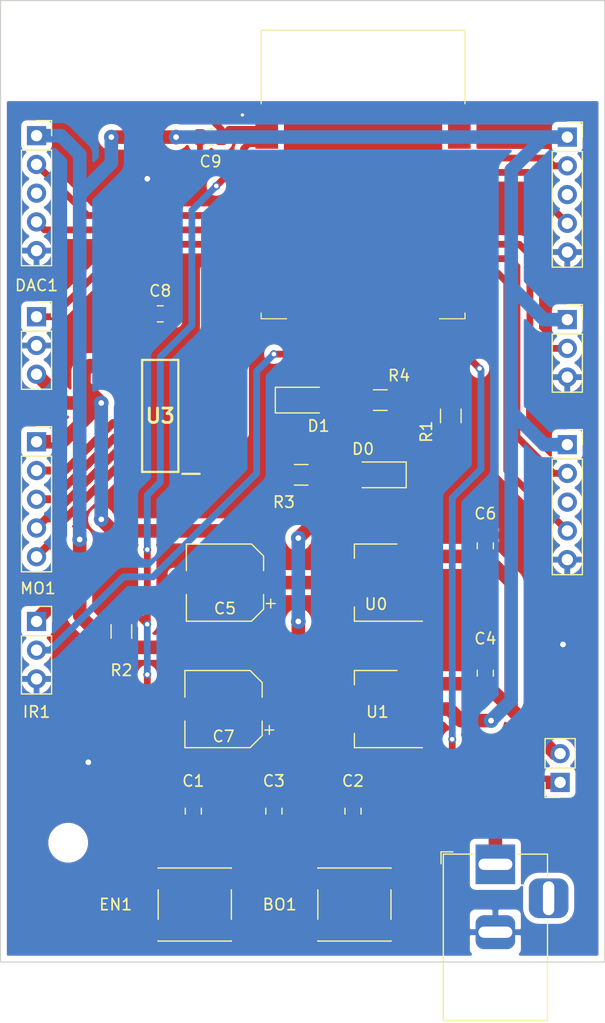
<source format=kicad_pcb>
(kicad_pcb (version 20171130) (host pcbnew 5.1.5+dfsg1-2build2)
  (layers (0 F.Cu signal) (31 B.Cu signal) (34 B.Paste user) (35 F.Paste user) (36 B.SilkS user) (37 F.SilkS user) (38 B.Mask user) (39 F.Mask user) (44 Edge.Cuts user))
  (net 0 "")
  (net 1 /IO0)
  (net 2 GND)
  (net 3 /EN)
  (net 4 /reg_3.3/in)
  (net 5 +5V)
  (net 6 +3V3)
  (net 7 "Net-(D0-Pad1)")
  (net 8 "Net-(D1-Pad1)")
  (net 9 "Net-(J0-Pad1)")
  (net 10 /m0)
  (net 11 /m1)
  (net 12 /m2)
  (net 13 /m3)
  (net 14 /TXD0)
  (net 15 /RXD0)
  (net 16 /SDA0)
  (net 17 /SCL0)
  (net 18 /TXD2)
  (net 19 /RDX2)
  (net 20 /AD_INF)
  (net 21 /D_PIR)
  (net 22 /IO2)
  (net 23 "Net-(U2-Pad4)")
  (net 24 "Net-(U2-Pad5)")
  (net 25 "Net-(U2-Pad6)")
  (net 26 "Net-(U2-Pad7)")
  (net 27 /PD_M0)
  (net 28 /PD_M1)
  (net 29 /PD_M2)
  (net 30 /PD_M3)
  (net 31 "Net-(U2-Pad17)")
  (net 32 "Net-(U2-Pad18)")
  (net 33 "Net-(U2-Pad19)")
  (net 34 "Net-(U2-Pad20)")
  (net 35 "Net-(U2-Pad21)")
  (net 36 "Net-(U2-Pad22)")
  (net 37 "Net-(U2-Pad26)")
  (net 38 "Net-(U2-Pad30)")
  (net 39 "Net-(U2-Pad31)")
  (net 40 "Net-(U2-Pad32)")
  (net 41 /SDA1)
  (net 42 /SCL1)
  (net 43 "Net-(U2-Pad37)")
  (net 44 "Net-(U3-Pad5)")
  (net 45 "Net-(U3-Pad6)")
  (net 46 "Net-(U3-Pad7)")
  (net 47 "Net-(U3-Pad10)")
  (net 48 "Net-(U3-Pad11)")
  (net 49 "Net-(U3-Pad12)")
  (net 50 /DAC0)
  (net 51 /USER)
  (net 52 "Net-(OL1-Pad3)")
  (net 53 "Net-(UA1-Pad3)")
  (net 54 "Net-(UA2-Pad3)")
  (module MountingHole:MountingHole_2.5mm (layer F.Cu) (at 84.709 80.899)
    (fp_text reference REF** hide)
    (fp_text value MountingHole_2.5mm)
    (pad 1 np_thru_hole circle (at 0 0) (size 2.5 2.5) (drill 2.5) (layers *.Cu *.Mask))
  )
  (module MountingHole:MountingHole_2.5mm (layer F.Cu) (at 80.899 150.622)
    (fp_text reference REF** hide)
    (fp_text value MountingHole_2.5mm)
    (pad 1 np_thru_hole circle (at 0 0) (size 2.5 2.5) (drill 2.5) (layers *.Cu *.Mask))
  )
  (module MountingHole:MountingHole_2.5mm (layer F.Cu) (at 123.317 80.899)
    (fp_text reference REF** hide)
    (fp_text value MountingHole_2.5mm)
    (pad 1 np_thru_hole circle (at 0 0) (size 2.5 2.5) (drill 2.5) (layers *.Cu *.Mask))
  )
  (module Button_Switch_SMD:SW_Push_1P1T_NO_6x6mm_H9.5mm (layer F.Cu) (at 106.172 156.083 180)
    (fp_text reference BO1 (at 6.604 0) (layer F.SilkS))
    (fp_text value BTN_SMD)
    (pad 2 smd rect (at 3.975 2.25 180) (size 1.55 1.3) (layers F.Cu F.Paste F.Mask) (net 1 /IO0))
    (pad 1 smd rect (at 3.975 -2.25 180) (size 1.55 1.3) (layers F.Cu F.Paste F.Mask) (net 2 GND))
    (pad 1 smd rect (at -3.975 -2.25 180) (size 1.55 1.3) (layers F.Cu F.Paste F.Mask) (net 2 GND))
    (pad 2 smd rect (at -3.975 2.25 180) (size 1.55 1.3) (layers F.Cu F.Paste F.Mask) (net 1 /IO0))
  )
  (module Button_Switch_SMD:SW_Push_1P1T_NO_6x6mm_H9.5mm (layer F.Cu) (at 92.075 156.083 180)
    (fp_text reference EN1 (at 6.985 0) (layer F.SilkS))
    (fp_text value BTN_SMD)
    (pad 2 smd rect (at -3.975 2.25 180) (size 1.55 1.3) (layers F.Cu F.Paste F.Mask) (net 3 /EN))
    (pad 1 smd rect (at -3.975 -2.25 180) (size 1.55 1.3) (layers F.Cu F.Paste F.Mask) (net 2 GND))
    (pad 1 smd rect (at 3.975 -2.25 180) (size 1.55 1.3) (layers F.Cu F.Paste F.Mask) (net 2 GND))
    (pad 2 smd rect (at 3.975 2.25 180) (size 1.55 1.3) (layers F.Cu F.Paste F.Mask) (net 3 /EN))
  )
  (module Capacitor_SMD:C_0805_2012Metric (layer F.Cu) (at 91.948 147.828 90)
    (fp_text reference C1 (at 2.667 0 180) (layer F.SilkS))
    (fp_text value "1uF/16V(20%)")
    (pad 1 smd roundrect (at -0.9375 0 90) (size 0.975 1.4) (layers F.Cu F.Paste F.Mask) (net 3 /EN))
    (pad 2 smd roundrect (at 0.9375 0 90) (size 0.975 1.4) (layers F.Cu F.Paste F.Mask) (net 2 GND))
  )
  (module Capacitor_SMD:C_0805_2012Metric (layer F.Cu) (at 106.045 147.828 90)
    (fp_text reference C2 (at 2.667 0 180) (layer F.SilkS))
    (fp_text value "1uF/16V(10%)")
    (pad 1 smd roundrect (at -0.9375 0 90) (size 0.975 1.4) (layers F.Cu F.Paste F.Mask) (net 1 /IO0))
    (pad 2 smd roundrect (at 0.9375 0 90) (size 0.975 1.4) (layers F.Cu F.Paste F.Mask) (net 2 GND))
  )
  (module Capacitor_SMD:C_0805_2012Metric (layer F.Cu) (at 99.06 147.828 90)
    (fp_text reference C3 (at 2.667 0 180) (layer F.SilkS))
    (fp_text value "1uF/16V(10%)")
    (pad 2 smd roundrect (at 0.9375 0 90) (size 0.975 1.4) (layers F.Cu F.Paste F.Mask) (net 2 GND))
    (pad 1 smd roundrect (at -0.9375 0 90) (size 0.975 1.4) (layers F.Cu F.Paste F.Mask) (net 3 /EN))
  )
  (module Capacitor_SMD:C_0805_2012Metric (layer F.Cu) (at 117.729 135.636 90)
    (fp_text reference C4 (at 3.048 0 180) (layer F.SilkS))
    (fp_text value 10uF/16v)
    (pad 2 smd roundrect (at 0.9375 0 90) (size 0.975 1.4) (layers F.Cu F.Paste F.Mask) (net 2 GND))
    (pad 1 smd roundrect (at -0.9375 0 90) (size 0.975 1.4) (layers F.Cu F.Paste F.Mask) (net 4 /reg_3.3/in))
  )
  (module Capacitor_SMD:CP_Elec_6.3x5.4 (layer F.Cu) (at 94.742 127.635 180)
    (fp_text reference C5 (at 0 -2.286) (layer F.SilkS))
    (fp_text value 47uF/16V)
    (pad 2 smd roundrect (at 2.8 0 180) (size 3.5 1.6) (layers F.Cu F.Paste F.Mask) (roundrect_rratio 0.156) (net 2 GND))
    (pad 1 smd roundrect (at -2.8 0 180) (size 3.5 1.6) (layers F.Cu F.Paste F.Mask) (roundrect_rratio 0.15625) (net 5 +5V))
  )
  (module Capacitor_SMD:C_0805_2012Metric (layer F.Cu) (at 117.729 124.3815 90)
    (fp_text reference C6 (at 2.8425 0 180) (layer F.SilkS))
    (fp_text value 10uF/16V)
    (pad 2 smd roundrect (at 0.9375 0 90) (size 0.975 1.4) (layers F.Cu F.Paste F.Mask) (net 2 GND))
    (pad 1 smd roundrect (at -0.9375 0 90) (size 0.975 1.4) (layers F.Cu F.Paste F.Mask) (net 4 /reg_3.3/in))
  )
  (module Capacitor_SMD:CP_Elec_6.3x5.4 (layer F.Cu) (at 94.615 138.811 180)
    (fp_text reference C7 (at 0 -2.413) (layer F.SilkS))
    (fp_text value 47uF/16V)
    (pad 1 smd roundrect (at -2.8 0 180) (size 3.5 1.6) (layers F.Cu F.Paste F.Mask) (roundrect_rratio 0.15625) (net 6 +3V3))
    (pad 2 smd roundrect (at 2.8 0 180) (size 3.5 1.6) (layers F.Cu F.Paste F.Mask) (roundrect_rratio 0.156) (net 2 GND))
  )
  (module Capacitor_SMD:C_0805_2012Metric (layer F.Cu) (at 89.027 103.886)
    (fp_text reference C8 (at 0 -2.032) (layer F.SilkS))
    (fp_text value "1uF/16V(10%)")
    (pad 1 smd roundrect (at -0.9375 0) (size 0.975 1.4) (layers F.Cu F.Paste F.Mask) (net 5 +5V))
    (pad 2 smd roundrect (at 0.9375 0) (size 0.975 1.4) (layers F.Cu F.Paste F.Mask) (net 2 GND))
  )
  (module LED_SMD:LED_1206_3216Metric (layer F.Cu) (at 108.458 118.11 180)
    (fp_text reference D0 (at 1.524 2.286) (layer F.SilkS))
    (fp_text value LED)
    (pad 1 smd roundrect (at -1.4 0 180) (size 1.25 1.75) (layers F.Cu F.Paste F.Mask) (roundrect_rratio 0.2) (net 7 "Net-(D0-Pad1)"))
    (pad 2 smd roundrect (at 1.4 0 180) (size 1.25 1.75) (layers F.Cu F.Paste F.Mask) (roundrect_rratio 0.2) (net 6 +3V3))
  )
  (module LED_SMD:LED_1206_3216Metric (layer F.Cu) (at 101.473 111.506)
    (fp_text reference D1 (at 1.524 2.286) (layer F.SilkS))
    (fp_text value LED)
    (pad 2 smd roundrect (at 1.4 0) (size 1.25 1.75) (layers F.Cu F.Paste F.Mask) (roundrect_rratio 0.2) (net 51 /USER))
    (pad 1 smd roundrect (at -1.4 0) (size 1.25 1.75) (layers F.Cu F.Paste F.Mask) (roundrect_rratio 0.2) (net 8 "Net-(D1-Pad1)"))
  )
  (module Connector_PinSocket_2.54mm:PinSocket_1x02_P2.54mm_Vertical (layer F.Cu) (at 124.333 145.288 180)
    (fp_text reference J0 hide)
    (fp_text value SW_ONOFF)
    (pad 1 thru_hole rect (at 0 0 180) (size 1.7 1.7) (drill 1) (layers *.Cu *.Mask) (net 9 "Net-(J0-Pad1)"))
    (pad 2 thru_hole oval (at 0 2.54 180) (size 1.7 1.7) (drill 1) (layers *.Cu *.Mask) (net 4 /reg_3.3/in))
  )
  (module Connector_PinSocket_2.54mm:PinSocket_1x05_P2.54mm_Vertical (layer F.Cu) (at 78.105 115.189)
    (fp_text reference MO1 (at 0.127 12.954) (layer F.SilkS))
    (fp_text value M_28BYJ-48)
    (pad 1 thru_hole rect (at 0 0) (size 1.7 1.7) (drill 1) (layers *.Cu *.Mask) (net 5 +5V))
    (pad 2 thru_hole oval (at 0 2.54) (size 1.7 1.7) (drill 1) (layers *.Cu *.Mask) (net 13 /m3))
    (pad 3 thru_hole oval (at 0 5.08) (size 1.7 1.7) (drill 1) (layers *.Cu *.Mask) (net 12 /m2))
    (pad 4 thru_hole oval (at 0 7.62) (size 1.7 1.7) (drill 1) (layers *.Cu *.Mask) (net 11 /m1))
    (pad 5 thru_hole oval (at 0 10.16) (size 1.7 1.7) (drill 1) (layers *.Cu *.Mask) (net 10 /m0))
  )
  (module Connector_PinSocket_2.54mm:PinSocket_1x05_P2.54mm_Vertical (layer F.Cu) (at 124.968 88.265)
    (fp_text reference UA1 hide)
    (fp_text value UART_CP20102)
    (pad 5 thru_hole oval (at 0 10.16) (size 1.7 1.7) (drill 1) (layers *.Cu *.Mask) (net 2 GND))
    (pad 4 thru_hole oval (at 0 7.62) (size 1.7 1.7) (drill 1) (layers *.Cu *.Mask) (net 15 /RXD0))
    (pad 3 thru_hole oval (at 0 5.08) (size 1.7 1.7) (drill 1) (layers *.Cu *.Mask) (net 53 "Net-(UA1-Pad3)"))
    (pad 2 thru_hole oval (at 0 2.54) (size 1.7 1.7) (drill 1) (layers *.Cu *.Mask) (net 14 /TXD0))
    (pad 1 thru_hole rect (at 0 0) (size 1.7 1.7) (drill 1) (layers *.Cu *.Mask) (net 6 +3V3))
  )
  (module Connector_PinSocket_2.54mm:PinSocket_1x05_P2.54mm_Vertical (layer F.Cu) (at 78.105 88.138)
    (fp_text reference OL1 hide)
    (fp_text value OLED_BPP3N0)
    (pad 5 thru_hole oval (at 0 10.16) (size 1.7 1.7) (drill 1) (layers *.Cu *.Mask) (net 2 GND))
    (pad 4 thru_hole oval (at 0 7.62) (size 1.7 1.7) (drill 1) (layers *.Cu *.Mask) (net 16 /SDA0))
    (pad 3 thru_hole oval (at 0 5.08) (size 1.7 1.7) (drill 1) (layers *.Cu *.Mask) (net 52 "Net-(OL1-Pad3)"))
    (pad 2 thru_hole oval (at 0 2.54) (size 1.7 1.7) (drill 1) (layers *.Cu *.Mask) (net 17 /SCL0))
    (pad 1 thru_hole rect (at 0 0) (size 1.7 1.7) (drill 1) (layers *.Cu *.Mask) (net 6 +3V3))
  )
  (module Connector_PinSocket_2.54mm:PinSocket_1x05_P2.54mm_Vertical (layer F.Cu) (at 124.968 115.443)
    (fp_text reference UA2 hide)
    (fp_text value DFPLAYER)
    (pad 5 thru_hole oval (at 0 10.16) (size 1.7 1.7) (drill 1) (layers *.Cu *.Mask) (net 2 GND))
    (pad 4 thru_hole oval (at 0 7.62) (size 1.7 1.7) (drill 1) (layers *.Cu *.Mask) (net 19 /RDX2))
    (pad 3 thru_hole oval (at 0 5.08) (size 1.7 1.7) (drill 1) (layers *.Cu *.Mask) (net 54 "Net-(UA2-Pad3)"))
    (pad 2 thru_hole oval (at 0 2.54) (size 1.7 1.7) (drill 1) (layers *.Cu *.Mask) (net 18 /TXD2))
    (pad 1 thru_hole rect (at 0 0) (size 1.7 1.7) (drill 1) (layers *.Cu *.Mask) (net 6 +3V3))
  )
  (module Connector_PinSocket_2.54mm:PinSocket_1x03_P2.54mm_Vertical (layer F.Cu) (at 78.105 131.064)
    (fp_text reference IR1 (at 0 8.001) (layer F.SilkS))
    (fp_text value IR-FC51)
    (pad 3 thru_hole oval (at 0 5.08) (size 1.7 1.7) (drill 1) (layers *.Cu *.Mask) (net 2 GND))
    (pad 2 thru_hole oval (at 0 2.54) (size 1.7 1.7) (drill 1) (layers *.Cu *.Mask) (net 20 /AD_INF))
    (pad 1 thru_hole rect (at 0 0) (size 1.7 1.7) (drill 1) (layers *.Cu *.Mask) (net 6 +3V3))
  )
  (module Connector_PinSocket_2.54mm:PinSocket_1x03_P2.54mm_Vertical (layer F.Cu) (at 124.968 104.394)
    (fp_text reference PIR1 hide)
    (fp_text value HC-SR505)
    (pad 3 thru_hole oval (at 0 5.08) (size 1.7 1.7) (drill 1) (layers *.Cu *.Mask) (net 2 GND))
    (pad 2 thru_hole oval (at 0 2.54) (size 1.7 1.7) (drill 1) (layers *.Cu *.Mask) (net 21 /D_PIR))
    (pad 1 thru_hole rect (at 0 0) (size 1.7 1.7) (drill 1) (layers *.Cu *.Mask) (net 6 +3V3))
  )
  (module Connector_BarrelJack:BarrelJack_Horizontal (layer F.Cu) (at 118.618 152.527 90)
    (fp_text reference J7 hide)
    (fp_text value JACKDC)
    (pad 1 thru_hole rect (at 0 0 90) (size 3.5 3.5) (drill oval 1 3) (layers *.Cu *.Mask) (net 9 "Net-(J0-Pad1)"))
    (pad 2 thru_hole roundrect (at -6 0 90) (size 3 3.5) (drill oval 1 3) (layers *.Cu *.Mask) (net 2 GND))
    (pad 3 thru_hole roundrect (at -3 4.7 90) (size 3.5 3.5) (drill oval 3 1) (layers *.Cu *.Mask))
  )
  (module Resistor_SMD:R_1206_3216Metric (layer F.Cu) (at 114.681 112.906 270)
    (fp_text reference R1 (at 1.394 2.159 90) (layer F.SilkS))
    (fp_text value "10K(1%1-1/4w)")
    (pad 2 smd roundrect (at 1.4 0 270) (size 1.25 1.75) (layers F.Cu F.Paste F.Mask) (roundrect_rratio 0.2) (net 2 GND))
    (pad 1 smd roundrect (at -1.4 0 270) (size 1.25 1.75) (layers F.Cu F.Paste F.Mask) (roundrect_rratio 0.2) (net 22 /IO2))
  )
  (module Resistor_SMD:R_1206_3216Metric (layer F.Cu) (at 85.598 131.953 90)
    (fp_text reference R2 (at -3.429 0 180) (layer F.SilkS))
    (fp_text value "10K(1%-1/4W)")
    (pad 1 smd roundrect (at -1.4 0 90) (size 1.25 1.75) (layers F.Cu F.Paste F.Mask) (roundrect_rratio 0.2) (net 6 +3V3))
    (pad 2 smd roundrect (at 1.4 0 90) (size 1.25 1.75) (layers F.Cu F.Paste F.Mask) (roundrect_rratio 0.2) (net 3 /EN))
  )
  (module Package_TO_SOT_SMD:SOT-223-3_TabPin2 (layer F.Cu) (at 108.077 127.635 180)
    (fp_text reference U0 (at 0 -1.905) (layer F.SilkS))
    (fp_text value NCP1117-5.0_SOT223)
    (pad 2 smd rect (at 3.15 0 180) (size 2 3.8) (layers F.Cu F.Paste F.Mask) (net 5 +5V))
    (pad 2 smd rect (at -3.15 0 180) (size 2 1.5) (layers F.Cu F.Paste F.Mask) (net 5 +5V))
    (pad 3 smd rect (at -3.15 2.3 180) (size 2 1.5) (layers F.Cu F.Paste F.Mask) (net 4 /reg_3.3/in))
    (pad 1 smd rect (at -3.15 -2.3 180) (size 2 1.5) (layers F.Cu F.Paste F.Mask) (net 2 GND))
  )
  (module Package_TO_SOT_SMD:SOT-223-3_TabPin2 (layer F.Cu) (at 108.077 138.811 180)
    (fp_text reference U1 (at -0.127 -0.254) (layer F.SilkS))
    (fp_text value NCP1117-3.3_SOT223)
    (pad 1 smd rect (at -3.15 -2.3 180) (size 2 1.5) (layers F.Cu F.Paste F.Mask) (net 2 GND))
    (pad 3 smd rect (at -3.15 2.3 180) (size 2 1.5) (layers F.Cu F.Paste F.Mask) (net 4 /reg_3.3/in))
    (pad 2 smd rect (at -3.15 0 180) (size 2 1.5) (layers F.Cu F.Paste F.Mask) (net 6 +3V3))
    (pad 2 smd rect (at 3.15 0 180) (size 2 3.8) (layers F.Cu F.Paste F.Mask) (net 6 +3V3))
  )
  (module footprint2:ESP32WROOM32M103QH3200PH3Q0 (layer F.Cu) (at 106.934 91.567)
    (fp_text reference U2 hide)
    (fp_text value ESP32-WROOM-32_M103QH3200PH3Q0_ hide)
    (pad 1 smd rect (at -8.5 -5.26 90) (size 0.9 2) (layers F.Cu F.Paste F.Mask) (net 2 GND))
    (pad 2 smd rect (at -8.5 -3.99 90) (size 0.9 2) (layers F.Cu F.Paste F.Mask) (net 6 +3V3))
    (pad 3 smd rect (at -8.5 -2.72 90) (size 0.9 2) (layers F.Cu F.Paste F.Mask) (net 3 /EN))
    (pad 4 smd rect (at -8.5 -1.45 90) (size 0.9 2) (layers F.Cu F.Paste F.Mask) (net 23 "Net-(U2-Pad4)"))
    (pad 5 smd rect (at -8.5 -0.18 90) (size 0.9 2) (layers F.Cu F.Paste F.Mask) (net 24 "Net-(U2-Pad5)"))
    (pad 6 smd rect (at -8.5 1.09 90) (size 0.9 2) (layers F.Cu F.Paste F.Mask) (net 25 "Net-(U2-Pad6)"))
    (pad 7 smd rect (at -8.5 2.36 90) (size 0.9 2) (layers F.Cu F.Paste F.Mask) (net 26 "Net-(U2-Pad7)"))
    (pad 8 smd rect (at -8.5 3.63 90) (size 0.9 2) (layers F.Cu F.Paste F.Mask) (net 17 /SCL0))
    (pad 9 smd rect (at -8.5 4.9 90) (size 0.9 2) (layers F.Cu F.Paste F.Mask) (net 16 /SDA0))
    (pad 10 smd rect (at -8.5 6.17 90) (size 0.9 2) (layers F.Cu F.Paste F.Mask) (net 50 /DAC0))
    (pad 11 smd rect (at -8.5 7.44 90) (size 0.9 2) (layers F.Cu F.Paste F.Mask) (net 27 /PD_M0))
    (pad 12 smd rect (at -8.5 8.71 90) (size 0.9 2) (layers F.Cu F.Paste F.Mask) (net 28 /PD_M1))
    (pad 13 smd rect (at -8.5 9.98 90) (size 0.9 2) (layers F.Cu F.Paste F.Mask) (net 29 /PD_M2))
    (pad 14 smd rect (at -8.5 11.25 90) (size 0.9 2) (layers F.Cu F.Paste F.Mask) (net 30 /PD_M3))
    (pad 15 smd rect (at -5.715 12.25) (size 0.9 2) (layers F.Cu F.Paste F.Mask) (net 2 GND))
    (pad 16 smd rect (at -4.445 12.25) (size 0.9 2) (layers F.Cu F.Paste F.Mask) (net 20 /AD_INF))
    (pad 17 smd rect (at -3.175 12.25) (size 0.9 2) (layers F.Cu F.Paste F.Mask) (net 31 "Net-(U2-Pad17)"))
    (pad 18 smd rect (at -1.905 12.25) (size 0.9 2) (layers F.Cu F.Paste F.Mask) (net 32 "Net-(U2-Pad18)"))
    (pad 19 smd rect (at -0.635 12.25) (size 0.9 2) (layers F.Cu F.Paste F.Mask) (net 33 "Net-(U2-Pad19)"))
    (pad 20 smd rect (at 0.635 12.25) (size 0.9 2) (layers F.Cu F.Paste F.Mask) (net 34 "Net-(U2-Pad20)"))
    (pad 21 smd rect (at 1.905 12.25) (size 0.9 2) (layers F.Cu F.Paste F.Mask) (net 35 "Net-(U2-Pad21)"))
    (pad 22 smd rect (at 3.175 12.25) (size 0.9 2) (layers F.Cu F.Paste F.Mask) (net 36 "Net-(U2-Pad22)"))
    (pad 23 smd rect (at 4.445 12.25) (size 0.9 2) (layers F.Cu F.Paste F.Mask) (net 51 /USER))
    (pad 24 smd rect (at 5.715 12.25) (size 0.9 2) (layers F.Cu F.Paste F.Mask) (net 22 /IO2))
    (pad 25 smd rect (at 8.5 11.25 90) (size 0.9 2) (layers F.Cu F.Paste F.Mask) (net 1 /IO0))
    (pad 26 smd rect (at 8.5 9.98 90) (size 0.9 2) (layers F.Cu F.Paste F.Mask) (net 37 "Net-(U2-Pad26)"))
    (pad 27 smd rect (at 8.5 8.71 90) (size 0.9 2) (layers F.Cu F.Paste F.Mask) (net 19 /RDX2))
    (pad 28 smd rect (at 8.5 7.44 90) (size 0.9 2) (layers F.Cu F.Paste F.Mask) (net 18 /TXD2))
    (pad 29 smd rect (at 8.5 6.17 90) (size 0.9 2) (layers F.Cu F.Paste F.Mask) (net 21 /D_PIR))
    (pad 30 smd rect (at 8.5 4.9 90) (size 0.9 2) (layers F.Cu F.Paste F.Mask) (net 38 "Net-(U2-Pad30)"))
    (pad 31 smd rect (at 8.5 3.63 90) (size 0.9 2) (layers F.Cu F.Paste F.Mask) (net 39 "Net-(U2-Pad31)"))
    (pad 32 smd rect (at 8.5 2.36 90) (size 0.9 2) (layers F.Cu F.Paste F.Mask) (net 40 "Net-(U2-Pad32)"))
    (pad 33 smd rect (at 8.5 1.09 90) (size 0.9 2) (layers F.Cu F.Paste F.Mask) (net 41 /SDA1))
    (pad 34 smd rect (at 8.5 -0.18 90) (size 0.9 2) (layers F.Cu F.Paste F.Mask) (net 15 /RXD0))
    (pad 35 smd rect (at 8.5 -1.45 90) (size 0.9 2) (layers F.Cu F.Paste F.Mask) (net 14 /TXD0))
    (pad 36 smd rect (at 8.5 -2.72 90) (size 0.9 2) (layers F.Cu F.Paste F.Mask) (net 42 /SCL1))
    (pad 37 smd rect (at 8.5 -3.99 90) (size 0.9 2) (layers F.Cu F.Paste F.Mask) (net 43 "Net-(U2-Pad37)"))
    (pad 38 smd rect (at 8.5 -5.26 90) (size 0.9 2) (layers F.Cu F.Paste F.Mask) (net 2 GND))
    (pad 39 smd rect (at -2.835 0.405) (size 1.33 1.33) (layers F.Cu F.Paste F.Mask) (net 2 GND))
    (pad 40 smd rect (at -2.835 2.24) (size 1.33 1.33) (layers F.Cu F.Paste F.Mask) (net 2 GND))
    (pad 41 smd rect (at -2.835 4.075) (size 1.33 1.33) (layers F.Cu F.Paste F.Mask) (net 2 GND))
    (pad 42 smd rect (at -1 4.075) (size 1.33 1.33) (layers F.Cu F.Paste F.Mask) (net 2 GND))
    (pad 43 smd rect (at 0.835 4.075) (size 1.33 1.33) (layers F.Cu F.Paste F.Mask) (net 2 GND))
    (pad 44 smd rect (at 0.835 2.24) (size 1.33 1.33) (layers F.Cu F.Paste F.Mask) (net 2 GND))
    (pad 45 smd rect (at 0.835 0.405) (size 1.33 1.33) (layers F.Cu F.Paste F.Mask) (net 2 GND))
    (pad 46 smd rect (at -1 0.405) (size 1.33 1.33) (layers F.Cu F.Paste F.Mask) (net 2 GND))
    (pad 47 smd rect (at -1 2.24) (size 1.33 1.33) (layers F.Cu F.Paste F.Mask) (net 2 GND))
  )
  (module foot_uln:SOIC127P600X175-16N (layer F.Cu) (at 89.027 112.903 180)
    (fp_text reference U3 (at 0 0) (layer F.SilkS) (effects (font (size 1.27 1.27) (thickness 0.254))))
    (fp_text value ULN2003A hide)
    (pad 1 smd rect (at -2.712 -4.445 270) (size 0.65 1.525) (layers F.Cu F.Paste F.Mask) (net 30 /PD_M3))
    (pad 2 smd rect (at -2.712 -3.175 270) (size 0.65 1.525) (layers F.Cu F.Paste F.Mask) (net 29 /PD_M2))
    (pad 3 smd rect (at -2.712 -1.905 270) (size 0.65 1.525) (layers F.Cu F.Paste F.Mask) (net 28 /PD_M1))
    (pad 4 smd rect (at -2.712 -0.635 270) (size 0.65 1.525) (layers F.Cu F.Paste F.Mask) (net 27 /PD_M0))
    (pad 5 smd rect (at -2.712 0.635 270) (size 0.65 1.525) (layers F.Cu F.Paste F.Mask) (net 44 "Net-(U3-Pad5)"))
    (pad 6 smd rect (at -2.712 1.905 270) (size 0.65 1.525) (layers F.Cu F.Paste F.Mask) (net 45 "Net-(U3-Pad6)"))
    (pad 7 smd rect (at -2.712 3.175 270) (size 0.65 1.525) (layers F.Cu F.Paste F.Mask) (net 46 "Net-(U3-Pad7)"))
    (pad 8 smd rect (at -2.712 4.445 270) (size 0.65 1.525) (layers F.Cu F.Paste F.Mask) (net 2 GND))
    (pad 9 smd rect (at 2.712 4.445 270) (size 0.65 1.525) (layers F.Cu F.Paste F.Mask) (net 5 +5V))
    (pad 10 smd rect (at 2.712 3.175 270) (size 0.65 1.525) (layers F.Cu F.Paste F.Mask) (net 47 "Net-(U3-Pad10)"))
    (pad 11 smd rect (at 2.712 1.905 270) (size 0.65 1.525) (layers F.Cu F.Paste F.Mask) (net 48 "Net-(U3-Pad11)"))
    (pad 12 smd rect (at 2.712 0.635 270) (size 0.65 1.525) (layers F.Cu F.Paste F.Mask) (net 49 "Net-(U3-Pad12)"))
    (pad 13 smd rect (at 2.712 -0.635 270) (size 0.65 1.525) (layers F.Cu F.Paste F.Mask) (net 13 /m3))
    (pad 14 smd rect (at 2.712 -1.905 270) (size 0.65 1.525) (layers F.Cu F.Paste F.Mask) (net 12 /m2))
    (pad 15 smd rect (at 2.712 -3.175 270) (size 0.65 1.525) (layers F.Cu F.Paste F.Mask) (net 11 /m1))
    (pad 16 smd rect (at 2.712 -4.445 270) (size 0.65 1.525) (layers F.Cu F.Paste F.Mask) (net 10 /m0))
  )
  (module Resistor_SMD:R_1206_3216Metric (layer F.Cu) (at 101.473 118.11)
    (fp_text reference R3 (at -1.524 2.413) (layer F.SilkS))
    (fp_text value "470(5%-1/8W)")
    (pad 1 smd roundrect (at -1.4 0) (size 1.25 1.75) (layers F.Cu F.Paste F.Mask) (roundrect_rratio 0.2) (net 8 "Net-(D1-Pad1)"))
    (pad 2 smd roundrect (at 1.4 0) (size 1.25 1.75) (layers F.Cu F.Paste F.Mask) (roundrect_rratio 0.2) (net 2 GND))
  )
  (module Resistor_SMD:R_1206_3216Metric (layer F.Cu) (at 108.458 111.506 180)
    (fp_text reference R4 (at -1.651 2.159) (layer F.SilkS))
    (fp_text value "470(5%-1/8W)")
    (pad 2 smd roundrect (at 1.4 0 180) (size 1.25 1.75) (layers F.Cu F.Paste F.Mask) (roundrect_rratio 0.2) (net 2 GND))
    (pad 1 smd roundrect (at -1.4 0 180) (size 1.25 1.75) (layers F.Cu F.Paste F.Mask) (roundrect_rratio 0.2) (net 7 "Net-(D0-Pad1)"))
  )
  (module Capacitor_SMD:C_0805_2012Metric (layer F.Cu) (at 93.472 88.265 180)
    (fp_text reference C9 (at 0 -2.159) (layer F.SilkS))
    (fp_text value 100pF/50v)
    (pad 1 smd roundrect (at -0.9375 0 180) (size 0.975 1.4) (layers F.Cu F.Paste F.Mask) (net 6 +3V3))
    (pad 2 smd roundrect (at 0.9375 0 180) (size 0.975 1.4) (layers F.Cu F.Paste F.Mask) (net 2 GND))
  )
  (module Connector_PinSocket_2.54mm:PinSocket_1x03_P2.54mm_Vertical (layer F.Cu) (at 78.105 104.14)
    (fp_text reference DAC1 (at 0 -2.77) (layer F.SilkS))
    (fp_text value PARLANTE)
    (pad 1 thru_hole rect (at 0 0) (size 1.7 1.7) (drill 1) (layers *.Cu *.Mask) (net 50 /DAC0))
    (pad 2 thru_hole oval (at 0 2.54) (size 1.7 1.7) (drill 1) (layers *.Cu *.Mask) (net 2 GND))
    (pad 3 thru_hole oval (at 0 5.08) (size 1.7 1.7) (drill 1) (layers *.Cu *.Mask) (net 5 +5V))
  )
  (gr_line (start 128.27 76.2) (end 128.27 85.09) (layer Edge.Cuts) (width 0.1))
  (gr_line (start 74.93 76.2) (end 128.27 76.2) (layer Edge.Cuts) (width 0.1))
  (gr_line (start 74.93 85.09) (end 74.93 76.2) (layer Edge.Cuts) (width 0.1))
  (gr_line (start 74.93 161.163) (end 74.93 85.09) (layer Edge.Cuts) (width 0.1))
  (gr_line (start 76.2 161.163) (end 74.93 161.163) (layer Edge.Cuts) (width 0.1))
  (gr_line (start 128.27 161.163) (end 128.27 85.09) (layer Edge.Cuts) (width 0.1))
  (gr_line (start 127 161.163) (end 128.27 161.163) (layer Edge.Cuts) (width 0.1))
  (gr_line (start 76.2 161.163) (end 127 161.163) (layer Edge.Cuts) (width 0.1))
  (via (at 87.884 91.948) (size 1.3) (drill 0.5) (layers F.Cu B.Cu) (net 2))
  (via (at 124.587 133.096) (size 1.3) (drill 0.5) (layers F.Cu B.Cu) (net 2))
  (segment (start 103.572 153.833) (end 106.045 151.36) (width 0.6) (layer F.Cu) (net 1))
  (segment (start 102.197 153.833) (end 103.572 153.833) (width 0.6) (layer F.Cu) (net 1))
  (segment (start 106.045 151.36) (end 106.045 148.7655) (width 0.6) (layer F.Cu) (net 1))
  (segment (start 110.147 153.833) (end 110.147 150.965) (width 0.6) (layer F.Cu) (net 1))
  (segment (start 110.147 150.965) (end 114.808 146.304) (width 0.6) (layer F.Cu) (net 1))
  (via (at 114.808 141.478) (size 0.7) (drill 0.4) (layers F.Cu B.Cu) (net 1))
  (segment (start 114.808 146.304) (end 114.808 141.478) (width 0.6) (layer F.Cu) (net 1))
  (segment (start 114.808 141.478) (end 114.808 120.142) (width 0.6) (layer B.Cu) (net 1))
  (segment (start 114.808 120.142) (end 117.348 117.602) (width 0.6) (layer B.Cu) (net 1))
  (via (at 117.221 108.712) (size 0.7) (drill 0.4) (layers F.Cu B.Cu) (net 1))
  (segment (start 117.348 108.839) (end 117.221 108.712) (width 0.6) (layer B.Cu) (net 1))
  (segment (start 117.348 117.602) (end 117.348 108.839) (width 0.6) (layer B.Cu) (net 1))
  (segment (start 115.434 106.925) (end 115.434 102.817) (width 0.6) (layer F.Cu) (net 1))
  (segment (start 117.221 108.712) (end 115.434 106.925) (width 0.6) (layer F.Cu) (net 1))
  (segment (start 108.772 153.833) (end 107.823 152.884) (width 0.6) (layer F.Cu) (net 1))
  (segment (start 110.147 153.833) (end 108.772 153.833) (width 0.6) (layer F.Cu) (net 1))
  (segment (start 107.823 150.5435) (end 106.045 148.7655) (width 0.6) (layer F.Cu) (net 1))
  (segment (start 107.823 152.884) (end 107.823 150.5435) (width 0.6) (layer F.Cu) (net 1))
  (via (at 82.677 143.51) (size 1.3) (drill 0.5) (layers F.Cu B.Cu) (net 2))
  (segment (start 91.948 149.253) (end 91.948 148.7655) (width 0.6) (layer F.Cu) (net 3))
  (segment (start 91.948 151.36) (end 91.948 149.253) (width 0.6) (layer F.Cu) (net 3))
  (segment (start 89.475 153.833) (end 91.948 151.36) (width 0.6) (layer F.Cu) (net 3))
  (segment (start 88.1 153.833) (end 89.475 153.833) (width 0.6) (layer F.Cu) (net 3))
  (segment (start 99.06 149.253) (end 99.06 148.7655) (width 0.6) (layer F.Cu) (net 3))
  (segment (start 99.06 152.198) (end 99.06 149.253) (width 0.6) (layer F.Cu) (net 3))
  (segment (start 97.425 153.833) (end 99.06 152.198) (width 0.6) (layer F.Cu) (net 3))
  (segment (start 96.05 153.833) (end 97.425 153.833) (width 0.6) (layer F.Cu) (net 3))
  (segment (start 92.648 148.7655) (end 99.06 148.7655) (width 0.6) (layer F.Cu) (net 3))
  (segment (start 91.948 148.7655) (end 92.648 148.7655) (width 0.6) (layer F.Cu) (net 3))
  (segment (start 91.248 148.7655) (end 87.884 145.4015) (width 0.6) (layer F.Cu) (net 3))
  (segment (start 91.948 148.7655) (end 91.248 148.7655) (width 0.6) (layer F.Cu) (net 3))
  (via (at 87.884 135.763) (size 0.7) (drill 0.4) (layers F.Cu B.Cu) (net 3))
  (segment (start 87.884 145.4015) (end 87.884 135.763) (width 0.6) (layer F.Cu) (net 3))
  (segment (start 87.884 135.763) (end 87.884 135.268026) (width 0.6) (layer B.Cu) (net 3))
  (via (at 87.884 131.318) (size 0.7) (drill 0.4) (layers F.Cu B.Cu) (net 3))
  (segment (start 87.884 135.268026) (end 87.884 131.318) (width 0.6) (layer B.Cu) (net 3))
  (segment (start 87.119 130.553) (end 85.598 130.553) (width 0.6) (layer F.Cu) (net 3))
  (segment (start 87.884 131.318) (end 87.119 130.553) (width 0.6) (layer F.Cu) (net 3))
  (segment (start 87.884 131.318) (end 87.884 130.823026) (width 0.6) (layer F.Cu) (net 3))
  (via (at 87.884 124.714) (size 0.7) (drill 0.4) (layers F.Cu B.Cu) (net 3))
  (segment (start 87.884 130.823026) (end 87.884 124.714) (width 0.6) (layer F.Cu) (net 3))
  (segment (start 89.027 107.696) (end 91.821 104.902) (width 0.6) (layer B.Cu) (net 3))
  (segment (start 89.027 118.745) (end 89.027 107.696) (width 0.6) (layer B.Cu) (net 3))
  (segment (start 87.884 119.888) (end 89.027 118.745) (width 0.6) (layer B.Cu) (net 3))
  (segment (start 87.884 124.714) (end 87.884 119.888) (width 0.6) (layer B.Cu) (net 3))
  (segment (start 91.821 104.902) (end 91.821 94.742) (width 0.6) (layer B.Cu) (net 3))
  (via (at 93.98 92.583) (size 0.7) (drill 0.4) (layers F.Cu B.Cu) (net 3))
  (segment (start 91.821 94.742) (end 93.98 92.583) (width 0.6) (layer B.Cu) (net 3))
  (segment (start 96.834 88.847) (end 98.434 88.847) (width 0.6) (layer F.Cu) (net 3))
  (segment (start 96.393 89.288) (end 96.834 88.847) (width 0.6) (layer F.Cu) (net 3))
  (segment (start 96.393 90.17) (end 96.393 89.288) (width 0.6) (layer F.Cu) (net 3))
  (segment (start 93.98 92.583) (end 96.393 90.17) (width 0.6) (layer F.Cu) (net 3))
  (segment (start 111.2895 136.5735) (end 111.227 136.511) (width 1.2) (layer F.Cu) (net 4))
  (segment (start 117.729 136.5735) (end 111.2895 136.5735) (width 1.2) (layer F.Cu) (net 4))
  (segment (start 111.243 125.319) (end 111.227 125.335) (width 1.2) (layer F.Cu) (net 4))
  (segment (start 117.729 125.319) (end 111.243 125.319) (width 1.2) (layer F.Cu) (net 4))
  (segment (start 124.333 142.748) (end 123.9035 142.748) (width 1.2) (layer F.Cu) (net 4))
  (segment (start 120.0015 138.5705) (end 119.888 138.684) (width 1.2) (layer F.Cu) (net 4))
  (segment (start 117.729 125.319) (end 120.0015 127.5915) (width 1.2) (layer F.Cu) (net 4))
  (segment (start 119.888 138.684) (end 117.729 136.5735) (width 1.2) (layer F.Cu) (net 4))
  (segment (start 120.0015 127.5915) (end 120.0015 138.5705) (width 1.2) (layer F.Cu) (net 4))
  (segment (start 123.9035 142.748) (end 119.888 138.684) (width 1.2) (layer F.Cu) (net 4))
  (segment (start 97.542 127.635) (end 97.542 123.704) (width 1.2) (layer F.Cu) (net 5))
  (segment (start 97.542 123.704) (end 96.901 123.063) (width 1.2) (layer F.Cu) (net 5))
  (segment (start 96.901 123.063) (end 85.217 123.063) (width 1.2) (layer F.Cu) (net 5))
  (segment (start 86.315 105.6605) (end 88.0895 103.886) (width 1.2) (layer F.Cu) (net 5))
  (segment (start 104.927 127.635) (end 97.542 127.635) (width 1.2) (layer F.Cu) (net 5))
  (segment (start 111.202 127.635) (end 104.902 127.635) (width 1.2) (layer F.Cu) (net 5))
  (segment (start 85.217 123.063) (end 84.836 123.063) (width 1.2) (layer F.Cu) (net 5))
  (via (at 83.82 122.047) (size 1.3) (drill 0.5) (layers F.Cu B.Cu) (net 5))
  (segment (start 84.836 123.063) (end 83.82 122.047) (width 1.2) (layer F.Cu) (net 5))
  (segment (start 83.82 122.047) (end 83.82 121.127762) (width 1.2) (layer B.Cu) (net 5))
  (via (at 83.82 111.76) (size 1.3) (drill 0.5) (layers F.Cu B.Cu) (net 5))
  (segment (start 83.82 121.127762) (end 83.82 111.76) (width 1.2) (layer B.Cu) (net 5))
  (segment (start 83.82 111.76) (end 80.391 115.189) (width 1.2) (layer F.Cu) (net 5))
  (segment (start 80.391 115.189) (end 78.105 115.189) (width 1.2) (layer F.Cu) (net 5))
  (segment (start 80.645 111.76) (end 78.105 109.22) (width 1.2) (layer F.Cu) (net 5))
  (segment (start 83.82 111.76) (end 80.645 111.76) (width 1.2) (layer F.Cu) (net 5))
  (segment (start 83.82 111.76) (end 82.296 110.236) (width 1.2) (layer F.Cu) (net 5))
  (segment (start 82.296 110.236) (end 82.296 108.966) (width 1.2) (layer F.Cu) (net 5))
  (segment (start 82.804 108.458) (end 86.315 108.458) (width 1.2) (layer F.Cu) (net 5))
  (segment (start 82.296 108.966) (end 82.804 108.458) (width 1.2) (layer F.Cu) (net 5))
  (segment (start 86.315 108.458) (end 86.315 105.6605) (width 1.2) (layer F.Cu) (net 5))
  (segment (start 104.927 138.811) (end 97.415 138.811) (width 1.2) (layer F.Cu) (net 6))
  (segment (start 97.415 138.811) (end 97.415 134.245) (width 1.2) (layer F.Cu) (net 6))
  (segment (start 96.523 133.353) (end 85.598 133.353) (width 1.2) (layer F.Cu) (net 6))
  (segment (start 97.415 134.245) (end 96.523 133.353) (width 1.2) (layer F.Cu) (net 6))
  (via (at 84.709 88.265) (size 1.3) (drill 0.5) (layers F.Cu B.Cu) (net 6))
  (segment (start 84.709 88.265) (end 85.628238 88.265) (width 1.2) (layer F.Cu) (net 6))
  (via (at 90.424 88.265) (size 1.3) (drill 0.5) (layers F.Cu B.Cu) (net 6))
  (segment (start 90.424 88.265) (end 124.968 88.265) (width 1.2) (layer B.Cu) (net 6))
  (segment (start 85.628238 88.265) (end 87.503 88.265) (width 1.2) (layer F.Cu) (net 6))
  (segment (start 122.918 88.265) (end 120.015 91.168) (width 1.2) (layer B.Cu) (net 6))
  (segment (start 124.968 88.265) (end 122.918 88.265) (width 1.2) (layer B.Cu) (net 6))
  (segment (start 122.918 104.394) (end 124.968 104.394) (width 1.2) (layer B.Cu) (net 6))
  (segment (start 120.015 101.491) (end 122.918 104.394) (width 1.2) (layer B.Cu) (net 6))
  (segment (start 120.015 91.168) (end 120.015 101.491) (width 1.2) (layer B.Cu) (net 6))
  (segment (start 124.968 115.443) (end 122.918 115.443) (width 1.2) (layer B.Cu) (net 6))
  (via (at 118.237 139.827) (size 1.3) (drill 0.5) (layers F.Cu B.Cu) (net 6))
  (segment (start 102.727 138.811) (end 101.219 137.303) (width 1.2) (layer F.Cu) (net 6))
  (segment (start 104.927 138.811) (end 102.727 138.811) (width 1.2) (layer F.Cu) (net 6))
  (via (at 101.219 131.064) (size 1.3) (drill 0.5) (layers F.Cu B.Cu) (net 6))
  (segment (start 101.219 137.303) (end 101.219 131.064) (width 1.2) (layer F.Cu) (net 6))
  (segment (start 101.219 131.064) (end 101.219 123.698) (width 1.2) (layer B.Cu) (net 6))
  (via (at 101.219 123.698) (size 1.3) (drill 0.5) (layers F.Cu B.Cu) (net 6))
  (segment (start 101.219 123.698) (end 104.267 120.65) (width 1.2) (layer F.Cu) (net 6))
  (segment (start 107.058 118.985) (end 107.058 118.11) (width 1.2) (layer F.Cu) (net 6))
  (segment (start 105.393 120.65) (end 107.058 118.985) (width 1.2) (layer F.Cu) (net 6))
  (segment (start 104.267 120.65) (end 105.393 120.65) (width 1.2) (layer F.Cu) (net 6))
  (segment (start 95.0975 87.577) (end 94.4095 88.265) (width 0.6) (layer F.Cu) (net 6))
  (segment (start 98.434 87.577) (end 95.0975 87.577) (width 0.6) (layer F.Cu) (net 6))
  (segment (start 94.4095 87.565) (end 93.599 86.7545) (width 0.6) (layer F.Cu) (net 6))
  (segment (start 94.4095 88.265) (end 94.4095 87.565) (width 0.6) (layer F.Cu) (net 6))
  (segment (start 89.6485 86.7545) (end 88.138 88.265) (width 0.6) (layer F.Cu) (net 6))
  (segment (start 93.599 86.7545) (end 89.6485 86.7545) (width 0.6) (layer F.Cu) (net 6))
  (segment (start 88.138 88.265) (end 90.424 88.265) (width 1.2) (layer F.Cu) (net 6))
  (segment (start 87.503 88.265) (end 88.138 88.265) (width 1.2) (layer F.Cu) (net 6))
  (segment (start 85.598 133.353) (end 84.723 133.353) (width 1.2) (layer F.Cu) (net 6))
  (segment (start 84.723 133.353) (end 81.915 130.545) (width 1.2) (layer F.Cu) (net 6))
  (via (at 81.915 123.825) (size 1.3) (drill 0.5) (layers F.Cu B.Cu) (net 6))
  (segment (start 78.105 131.064) (end 78.105 130.937) (width 1.2) (layer F.Cu) (net 6))
  (segment (start 81.661 127.381) (end 81.915 127.381) (width 1.2) (layer F.Cu) (net 6))
  (segment (start 78.105 130.937) (end 81.661 127.381) (width 1.2) (layer F.Cu) (net 6))
  (segment (start 81.915 127.381) (end 81.915 123.825) (width 1.2) (layer F.Cu) (net 6))
  (segment (start 81.915 130.545) (end 81.915 127.381) (width 1.2) (layer F.Cu) (net 6))
  (segment (start 80.264 88.138) (end 78.105 88.138) (width 1.2) (layer B.Cu) (net 6))
  (segment (start 81.915 89.789) (end 80.264 88.138) (width 1.2) (layer B.Cu) (net 6))
  (segment (start 81.915 93.218) (end 82.042 93.218) (width 1.2) (layer B.Cu) (net 6))
  (segment (start 81.915 123.825) (end 81.915 93.218) (width 1.2) (layer B.Cu) (net 6))
  (segment (start 81.915 93.218) (end 81.915 89.789) (width 1.2) (layer B.Cu) (net 6))
  (segment (start 84.709 90.551) (end 84.709 88.265) (width 1.2) (layer B.Cu) (net 6))
  (segment (start 82.042 93.218) (end 84.709 90.551) (width 1.2) (layer B.Cu) (net 6))
  (segment (start 122.936 115.443) (end 124.968 115.443) (width 1.2) (layer B.Cu) (net 6))
  (segment (start 120.015 112.522) (end 122.936 115.443) (width 1.2) (layer B.Cu) (net 6))
  (segment (start 120.015 101.491) (end 120.015 112.522) (width 1.2) (layer B.Cu) (net 6))
  (segment (start 120.015 138.049) (end 120.015 112.522) (width 1.2) (layer B.Cu) (net 6))
  (segment (start 118.237 139.827) (end 120.015 138.049) (width 1.2) (layer B.Cu) (net 6))
  (segment (start 118.237 139.827) (end 115.57 139.827) (width 1.2) (layer F.Cu) (net 6))
  (segment (start 114.554 138.811) (end 111.227 138.811) (width 1.2) (layer F.Cu) (net 6))
  (segment (start 115.57 139.827) (end 114.554 138.811) (width 1.2) (layer F.Cu) (net 6))
  (segment (start 109.858 117.235) (end 109.858 111.506) (width 0.6) (layer F.Cu) (net 7))
  (segment (start 109.858 118.11) (end 109.858 117.235) (width 0.6) (layer F.Cu) (net 7))
  (segment (start 100.073 111.506) (end 100.073 118.11) (width 0.6) (layer F.Cu) (net 8))
  (segment (start 120.523 145.288) (end 124.333 145.288) (width 1.2) (layer F.Cu) (net 9))
  (segment (start 118.618 147.193) (end 120.523 145.288) (width 1.2) (layer F.Cu) (net 9))
  (segment (start 118.618 152.527) (end 118.618 147.193) (width 1.2) (layer F.Cu) (net 9))
  (segment (start 86.315 117.348) (end 85.285178 117.348) (width 0.7) (layer F.Cu) (net 10))
  (segment (start 85.285178 117.348) (end 80.01 122.623178) (width 0.7) (layer F.Cu) (net 10))
  (segment (start 80.01 123.444) (end 78.105 125.349) (width 0.7) (layer F.Cu) (net 10))
  (segment (start 80.01 122.623178) (end 80.01 123.444) (width 0.7) (layer F.Cu) (net 10))
  (segment (start 78.954999 121.959001) (end 78.105 122.809) (width 0.7) (layer F.Cu) (net 11))
  (segment (start 85.140952 116.078) (end 79.259951 121.959001) (width 0.7) (layer F.Cu) (net 11))
  (segment (start 79.259951 121.959001) (end 78.954999 121.959001) (width 0.7) (layer F.Cu) (net 11))
  (segment (start 86.315 116.078) (end 85.140952 116.078) (width 0.7) (layer F.Cu) (net 11))
  (segment (start 79.307081 120.269) (end 78.105 120.269) (width 0.7) (layer F.Cu) (net 12))
  (segment (start 79.535726 120.269) (end 79.307081 120.269) (width 0.7) (layer F.Cu) (net 12))
  (segment (start 84.996726 114.808) (end 79.535726 120.269) (width 0.7) (layer F.Cu) (net 12))
  (segment (start 86.315 114.808) (end 84.996726 114.808) (width 0.7) (layer F.Cu) (net 12))
  (segment (start 79.307081 117.729) (end 78.105 117.729) (width 0.7) (layer F.Cu) (net 13))
  (segment (start 80.6615 117.729) (end 79.307081 117.729) (width 0.7) (layer F.Cu) (net 13))
  (segment (start 84.8525 113.538) (end 80.6615 117.729) (width 0.7) (layer F.Cu) (net 13))
  (segment (start 86.315 113.538) (end 84.8525 113.538) (width 0.7) (layer F.Cu) (net 13))
  (segment (start 117.034 90.117) (end 115.434 90.117) (width 0.6) (layer F.Cu) (net 14))
  (segment (start 123.077919 90.117) (end 117.034 90.117) (width 0.6) (layer F.Cu) (net 14))
  (segment (start 123.765919 90.805) (end 123.077919 90.117) (width 0.6) (layer F.Cu) (net 14))
  (segment (start 124.968 90.805) (end 123.765919 90.805) (width 0.6) (layer F.Cu) (net 14))
  (segment (start 121.486 91.387) (end 115.434 91.387) (width 0.6) (layer F.Cu) (net 15))
  (segment (start 122.301 92.202) (end 121.486 91.387) (width 0.6) (layer F.Cu) (net 15))
  (segment (start 122.301 93.218) (end 122.301 92.202) (width 0.6) (layer F.Cu) (net 15))
  (segment (start 124.968 95.885) (end 122.301 93.218) (width 0.6) (layer F.Cu) (net 15))
  (segment (start 98.434 96.467) (end 78.814 96.467) (width 0.6) (layer F.Cu) (net 16))
  (segment (start 78.814 96.467) (end 78.105 95.758) (width 0.6) (layer F.Cu) (net 16))
  (segment (start 82.624 95.197) (end 98.434 95.197) (width 0.6) (layer F.Cu) (net 17))
  (segment (start 78.105 90.678) (end 82.624 95.197) (width 0.6) (layer F.Cu) (net 17))
  (segment (start 119.835 99.007) (end 115.434 99.007) (width 0.6) (layer F.Cu) (net 18))
  (segment (start 120.523 99.695) (end 119.835 99.007) (width 0.6) (layer F.Cu) (net 18))
  (segment (start 120.523 114.740081) (end 120.523 99.695) (width 0.6) (layer F.Cu) (net 18))
  (segment (start 123.765919 117.983) (end 120.523 114.740081) (width 0.6) (layer F.Cu) (net 18))
  (segment (start 124.968 117.983) (end 123.765919 117.983) (width 0.6) (layer F.Cu) (net 18))
  (segment (start 118.819 100.277) (end 115.434 100.277) (width 0.6) (layer F.Cu) (net 19))
  (segment (start 119.62299 101.08099) (end 118.819 100.277) (width 0.6) (layer F.Cu) (net 19))
  (segment (start 119.62299 117.71799) (end 119.62299 101.08099) (width 0.6) (layer F.Cu) (net 19))
  (segment (start 124.968 123.063) (end 119.62299 117.71799) (width 0.6) (layer F.Cu) (net 19))
  (segment (start 88.392 127.127) (end 97.536 117.983) (width 0.6) (layer B.Cu) (net 20))
  (segment (start 97.536 117.983) (end 97.536 108.966) (width 0.6) (layer B.Cu) (net 20))
  (via (at 99.06 107.442) (size 0.7) (drill 0.4) (layers F.Cu B.Cu) (net 20))
  (segment (start 97.536 108.966) (end 99.06 107.442) (width 0.6) (layer B.Cu) (net 20))
  (segment (start 102.489 105.417) (end 102.489 103.817) (width 0.6) (layer F.Cu) (net 20))
  (segment (start 100.464 107.442) (end 102.489 105.417) (width 0.6) (layer F.Cu) (net 20))
  (segment (start 99.06 107.442) (end 100.464 107.442) (width 0.6) (layer F.Cu) (net 20))
  (segment (start 85.784081 127.127) (end 88.392 127.127) (width 0.6) (layer B.Cu) (net 20))
  (segment (start 79.307081 133.604) (end 85.784081 127.127) (width 0.6) (layer B.Cu) (net 20))
  (segment (start 78.105 133.604) (end 79.307081 133.604) (width 0.6) (layer B.Cu) (net 20))
  (segment (start 124.968 106.934) (end 123.063 106.934) (width 0.6) (layer F.Cu) (net 21))
  (segment (start 123.063 106.934) (end 121.666 105.537) (width 0.6) (layer F.Cu) (net 21))
  (segment (start 121.666 105.537) (end 121.666 98.679) (width 0.6) (layer F.Cu) (net 21))
  (segment (start 120.724 97.737) (end 115.434 97.737) (width 0.6) (layer F.Cu) (net 21))
  (segment (start 121.666 98.679) (end 120.724 97.737) (width 0.6) (layer F.Cu) (net 21))
  (segment (start 114.681 111.506) (end 114.681 108.585) (width 0.6) (layer F.Cu) (net 22))
  (segment (start 112.649 106.553) (end 112.649 103.817) (width 0.6) (layer F.Cu) (net 22))
  (segment (start 114.681 108.585) (end 112.649 106.553) (width 0.6) (layer F.Cu) (net 22))
  (segment (start 98.277002 98.933) (end 98.500001 98.710001) (width 0.3048) (layer F.Cu) (net 27))
  (segment (start 93.1015 113.538) (end 91.739 113.538) (width 0.6) (layer F.Cu) (net 27))
  (segment (start 93.345 113.2945) (end 93.1015 113.538) (width 0.6) (layer F.Cu) (net 27))
  (segment (start 93.345 100.076) (end 93.345 113.2945) (width 0.6) (layer F.Cu) (net 27))
  (segment (start 94.414 99.007) (end 93.345 100.076) (width 0.6) (layer F.Cu) (net 27))
  (segment (start 98.434 99.007) (end 94.414 99.007) (width 0.6) (layer F.Cu) (net 27))
  (segment (start 93.1015 114.808) (end 91.739 114.808) (width 0.6) (layer F.Cu) (net 28))
  (segment (start 93.104306 114.808) (end 93.1015 114.808) (width 0.6) (layer F.Cu) (net 28))
  (segment (start 94.245009 113.667297) (end 93.104306 114.808) (width 0.6) (layer F.Cu) (net 28))
  (segment (start 94.245009 101.334991) (end 94.245009 113.667297) (width 0.6) (layer F.Cu) (net 28))
  (segment (start 95.303 100.277) (end 94.245009 101.334991) (width 0.6) (layer F.Cu) (net 28))
  (segment (start 98.434 100.277) (end 95.303 100.277) (width 0.6) (layer F.Cu) (net 28))
  (segment (start 93.107112 116.078) (end 93.1015 116.078) (width 0.6) (layer F.Cu) (net 29))
  (segment (start 95.145019 114.040093) (end 93.107112 116.078) (width 0.6) (layer F.Cu) (net 29))
  (segment (start 95.145018 102.593982) (end 95.145019 114.040093) (width 0.6) (layer F.Cu) (net 29))
  (segment (start 93.1015 116.078) (end 91.739 116.078) (width 0.6) (layer F.Cu) (net 29))
  (segment (start 96.192 101.547) (end 95.145018 102.593982) (width 0.6) (layer F.Cu) (net 29))
  (segment (start 98.434 101.547) (end 96.192 101.547) (width 0.6) (layer F.Cu) (net 29))
  (segment (start 93.1015 117.348) (end 91.739 117.348) (width 0.6) (layer F.Cu) (net 30))
  (segment (start 96.045028 114.41289) (end 93.109918 117.348) (width 0.6) (layer F.Cu) (net 30))
  (segment (start 93.109918 117.348) (end 93.1015 117.348) (width 0.6) (layer F.Cu) (net 30))
  (segment (start 96.573 102.817) (end 96.045028 103.344972) (width 0.6) (layer F.Cu) (net 30))
  (segment (start 96.045028 103.344972) (end 96.045028 114.41289) (width 0.6) (layer F.Cu) (net 30))
  (segment (start 98.434 102.817) (end 96.573 102.817) (width 0.6) (layer F.Cu) (net 30))
  (segment (start 79.555 104.14) (end 78.105 104.14) (width 0.6) (layer F.Cu) (net 50))
  (segment (start 85.958 97.737) (end 79.555 104.14) (width 0.6) (layer F.Cu) (net 50))
  (segment (start 98.434 97.737) (end 85.958 97.737) (width 0.6) (layer F.Cu) (net 50))
  (segment (start 102.873 109.217) (end 102.873 111.506) (width 0.6) (layer F.Cu) (net 51))
  (segment (start 104.775 107.315) (end 102.873 109.217) (width 0.6) (layer F.Cu) (net 51))
  (segment (start 109.481 107.315) (end 104.775 107.315) (width 0.6) (layer F.Cu) (net 51))
  (segment (start 111.379 105.417) (end 109.481 107.315) (width 0.6) (layer F.Cu) (net 51))
  (segment (start 111.379 103.817) (end 111.379 105.417) (width 0.6) (layer F.Cu) (net 51))
  (zone (net 2) (net_name GND) (layer F.Cu) (connect_pads (clearance 0.508)) (min_thickness 0.254) (fill yes (arc_segments 32) (thermal_gap 0.508) (thermal_bridge_width 0.508))
    (polygon (pts (xy 128.27 161.163) (xy 74.93 161.163) (xy 74.93 85.09) (xy 128.27 85.09)))
  )
  (zone (net 2) (net_name GND) (layer B.Cu) (connect_pads (clearance 0.508)) (min_thickness 0.254) (fill yes (arc_segments 32) (thermal_gap 0.508) (thermal_bridge_width 0.508))
    (polygon (pts (xy 128.27 161.163) (xy 74.93 161.163) (xy 74.93 85.09) (xy 128.27 85.09)))
  )
)
</source>
